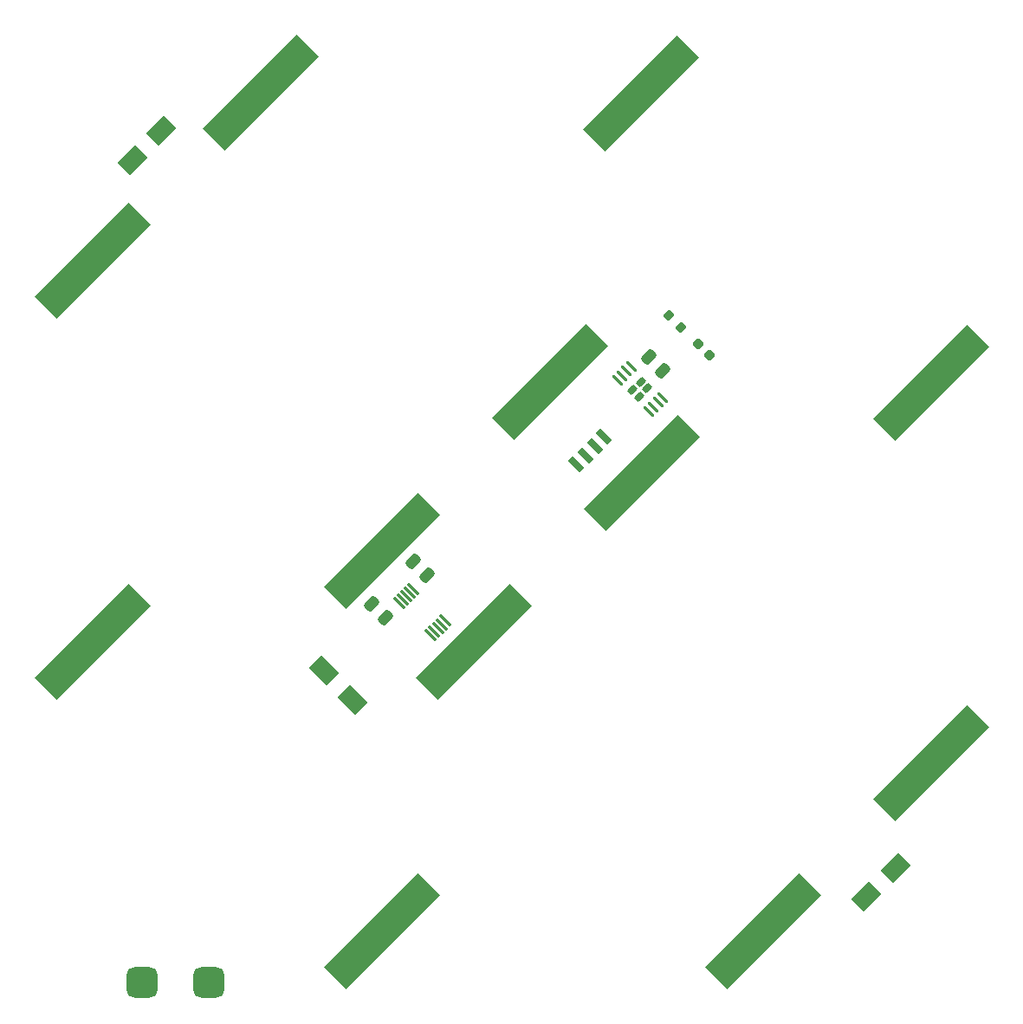
<source format=gbr>
%TF.GenerationSoftware,KiCad,Pcbnew,7.0.1*%
%TF.CreationDate,2024-01-21T14:51:42-07:00*%
%TF.ProjectId,solar-panel-side-Z,736f6c61-722d-4706-916e-656c2d736964,3.1*%
%TF.SameCoordinates,Original*%
%TF.FileFunction,Paste,Top*%
%TF.FilePolarity,Positive*%
%FSLAX46Y46*%
G04 Gerber Fmt 4.6, Leading zero omitted, Abs format (unit mm)*
G04 Created by KiCad (PCBNEW 7.0.1) date 2024-01-21 14:51:42*
%MOMM*%
%LPD*%
G01*
G04 APERTURE LIST*
G04 Aperture macros list*
%AMRoundRect*
0 Rectangle with rounded corners*
0 $1 Rounding radius*
0 $2 $3 $4 $5 $6 $7 $8 $9 X,Y pos of 4 corners*
0 Add a 4 corners polygon primitive as box body*
4,1,4,$2,$3,$4,$5,$6,$7,$8,$9,$2,$3,0*
0 Add four circle primitives for the rounded corners*
1,1,$1+$1,$2,$3*
1,1,$1+$1,$4,$5*
1,1,$1+$1,$6,$7*
1,1,$1+$1,$8,$9*
0 Add four rect primitives between the rounded corners*
20,1,$1+$1,$2,$3,$4,$5,0*
20,1,$1+$1,$4,$5,$6,$7,0*
20,1,$1+$1,$6,$7,$8,$9,0*
20,1,$1+$1,$8,$9,$2,$3,0*%
%AMRotRect*
0 Rectangle, with rotation*
0 The origin of the aperture is its center*
0 $1 length*
0 $2 width*
0 $3 Rotation angle, in degrees counterclockwise*
0 Add horizontal line*
21,1,$1,$2,0,0,$3*%
G04 Aperture macros list end*
%ADD10RoundRect,0.175000X-0.335876X-0.088388X-0.088388X-0.335876X0.335876X0.088388X0.088388X0.335876X0*%
%ADD11RoundRect,0.087500X-0.477297X0.353553X0.353553X-0.477297X0.477297X-0.353553X-0.353553X0.477297X0*%
%ADD12RotRect,2.500000X1.700000X45.000000*%
%ADD13RoundRect,0.750000X0.750000X-0.750000X0.750000X0.750000X-0.750000X0.750000X-0.750000X-0.750000X0*%
%ADD14RoundRect,0.218750X0.335876X0.026517X0.026517X0.335876X-0.335876X-0.026517X-0.026517X-0.335876X0*%
%ADD15RoundRect,0.250000X0.512652X0.159099X0.159099X0.512652X-0.512652X-0.159099X-0.159099X-0.512652X0*%
%ADD16RotRect,13.000000X3.000000X45.000000*%
%ADD17RoundRect,0.200000X-0.335876X-0.053033X-0.053033X-0.335876X0.335876X0.053033X0.053033X0.335876X0*%
%ADD18RoundRect,0.075000X-0.512652X0.406586X0.406586X-0.512652X0.512652X-0.406586X-0.406586X0.512652X0*%
%ADD19RotRect,2.500000X1.700000X135.000000*%
%ADD20RotRect,1.600000X0.700000X135.000000*%
%ADD21RotRect,13.000000X3.000000X225.000000*%
G04 APERTURE END LIST*
D10*
%TO.C,U3*%
X162762498Y-72833726D03*
X161928112Y-73668112D03*
X162154386Y-72225614D03*
X161320000Y-73060000D03*
D11*
X161192721Y-70719477D03*
X160733101Y-71179096D03*
X160273482Y-71638715D03*
X159813863Y-72098335D03*
X162889777Y-75174249D03*
X163349397Y-74714630D03*
X163809016Y-74255011D03*
X164268635Y-73795391D03*
%TD*%
D12*
%TO.C,D2*%
X112421572Y-50578428D03*
X115250000Y-47750000D03*
%TD*%
D13*
%TO.C,TP1*%
X113410000Y-130950000D03*
%TD*%
D14*
%TO.C,D4*%
X168840000Y-69680000D03*
X167726306Y-68566306D03*
%TD*%
D15*
%TO.C,C3*%
X141201700Y-91147870D03*
X139858198Y-89804368D03*
%TD*%
D16*
%TO.C,SC5*%
X108537864Y-97657864D03*
X136822136Y-125942136D03*
%TD*%
D13*
%TO.C,TP2*%
X119890000Y-130920000D03*
%TD*%
D16*
%TO.C,SC3*%
X125000000Y-43980000D03*
X153284272Y-72264272D03*
%TD*%
D17*
%TO.C,R1*%
X164836005Y-65732575D03*
X166002731Y-66899301D03*
%TD*%
D15*
%TO.C,C2*%
X137128765Y-95263232D03*
X135785263Y-93919730D03*
%TD*%
D18*
%TO.C,U2*%
X139893554Y-92470160D03*
X139540000Y-92823714D03*
X139186447Y-93177267D03*
X138832894Y-93530820D03*
X138479340Y-93884374D03*
X141590610Y-96995644D03*
X141944164Y-96642090D03*
X142297717Y-96288537D03*
X142651270Y-95934984D03*
X143004824Y-95581430D03*
%TD*%
D19*
%TO.C,D3*%
X133978428Y-103318428D03*
X131150000Y-100490000D03*
%TD*%
D15*
%TO.C,C1*%
X164240000Y-71195441D03*
X162896498Y-69851939D03*
%TD*%
D20*
%TO.C,U1*%
X155819358Y-80333435D03*
X156717383Y-79435409D03*
X157615409Y-78537383D03*
X158513435Y-77639358D03*
%TD*%
D21*
%TO.C,SC4*%
X136824272Y-88734272D03*
X108540000Y-60450000D03*
%TD*%
D16*
%TO.C,SC6*%
X145755728Y-97665728D03*
X174040000Y-125950000D03*
%TD*%
D21*
%TO.C,SC2*%
X190462136Y-72342136D03*
X162177864Y-44057864D03*
%TD*%
D12*
%TO.C,D1*%
X184161572Y-122588428D03*
X186990000Y-119760000D03*
%TD*%
D21*
%TO.C,SC1*%
X190480000Y-109480000D03*
X162195728Y-81195728D03*
%TD*%
M02*

</source>
